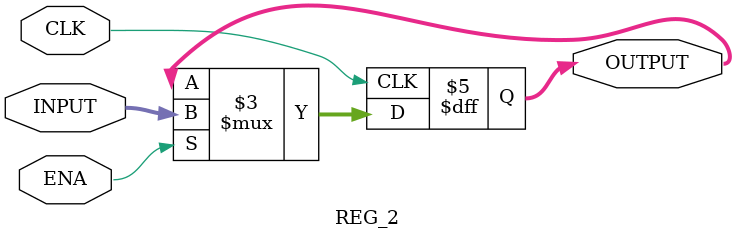
<source format=sv>
/******************************************************************************
***                                                                         ***
*** Ece 526L Experiment #10                       German Zepeda, Fall 2017  ***
*** Experiment #10, RISC-Y						                            ***
*******************************************************************************
*** Filename: REG_2.sv                                                      ***
***                                                                         ***
*******************************************************************************
*/
`timescale 1 ns / 1ns
module REG_2 (
	CLK,
	ENA,
	INPUT,
	OUTPUT
);
	//parameter
	parameter SIZE = 8;
	//input
	input CLK,ENA;
	input[SIZE-1:0] INPUT;
	//output
	output reg [SIZE-1:0] OUTPUT;
	always@(posedge CLK)begin
		if(ENA)
			OUTPUT<=INPUT;
		else OUTPUT<=OUTPUT;
	end
endmodule
</source>
